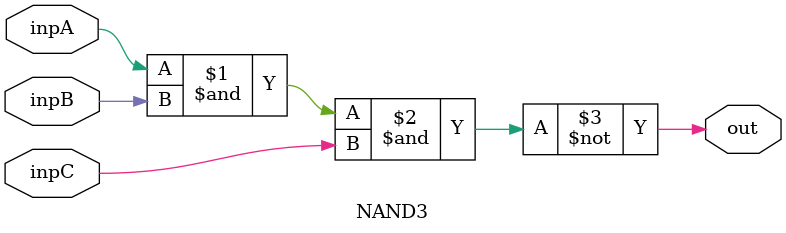
<source format=v>
`timescale 1ns/1ns
module NAND3( input inpA, inpB, inpC, output out);

	nand #(15,12) (out, inpA, inpB, inpC);
endmodule

</source>
